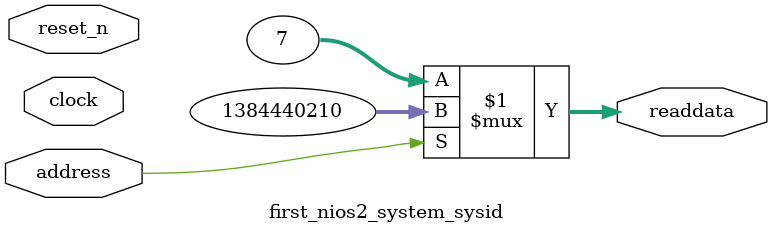
<source format=v>

`timescale 1ns / 1ps
// synthesis translate_on

// turn off superfluous verilog processor warnings 
// altera message_level Level1 
// altera message_off 10034 10035 10036 10037 10230 10240 10030 

module first_nios2_system_sysid (
               // inputs:
                address,
                clock,
                reset_n,

               // outputs:
                readdata
             )
;

  output  [ 31: 0] readdata;
  input            address;
  input            clock;
  input            reset_n;

  wire    [ 31: 0] readdata;
  //control_slave, which is an e_avalon_slave
  assign readdata = address ? 1384440210 : 7;

endmodule




</source>
